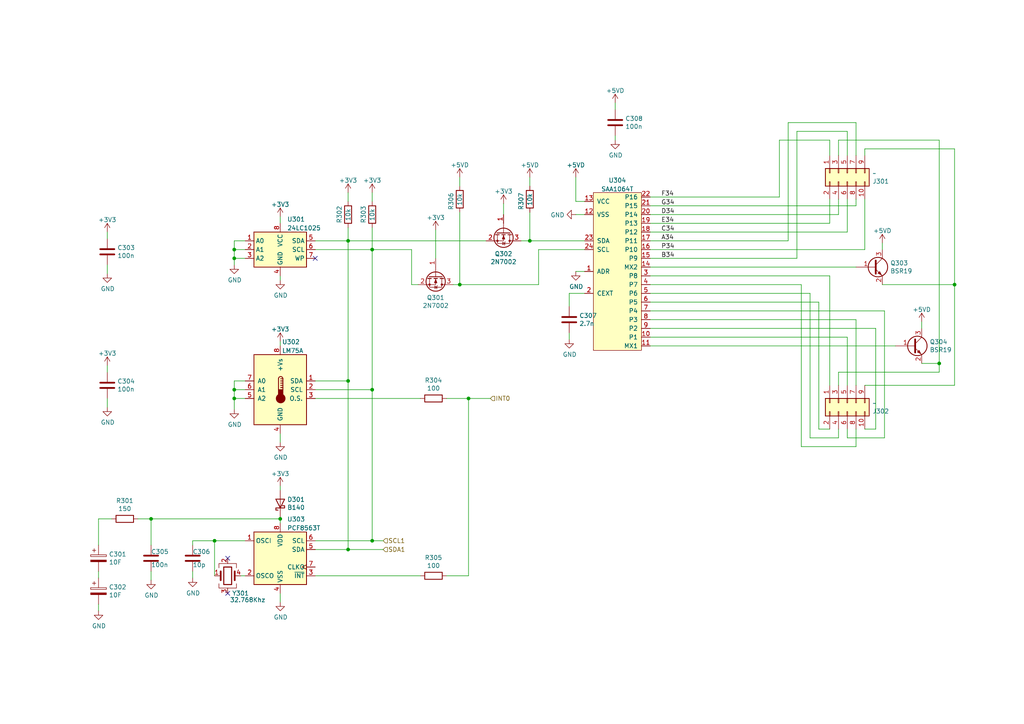
<source format=kicad_sch>
(kicad_sch (version 20211123) (generator eeschema)
  (paper "A4")
  (title_block (title "CPU CUBE") (date "2022-12-25") (rev "V2.10") (company "CUBEDEB") (comment 1 "I2C"))
  (lib_symbols
    (symbol "CEN-SCHEMA:SAA1064T" (pin_names (offset 1.016))
      (property "Reference" "U" (at 46.355 1.905 0))
      (property "Value" "SAA1064T" (at 46.355 1.905 0))
      (symbol "SAA1064T_0_1"
        (rectangle (start -5.08 22.86) (end 8.89 -22.86) (fill (type background)))
      )
      (symbol "SAA1064T_1_1"
        (pin input line (at 11.43 0 180) (length 2.54) (name "ADR") (number "1"))
        (pin input line (at -7.62 -19.05 0) (length 2.54) (name "P1") (number "10"))
        (pin input line (at -7.62 -21.59 0) (length 2.54) (name "MX1") (number "11"))
        (pin input line (at 11.43 16.51 180) (length 2.54) (name "VSS") (number "12"))
        (pin input line (at 11.43 20.32 180) (length 2.54) (name "VCC") (number "13"))
        (pin input line (at -7.62 1.27 0) (length 2.54) (name "MX2") (number "14"))
        (pin input line (at -7.62 3.81 0) (length 2.54) (name "P9") (number "15"))
        (pin input line (at -7.62 6.35 0) (length 2.54) (name "P10") (number "16"))
        (pin input line (at -7.62 8.89 0) (length 2.54) (name "P11") (number "17"))
        (pin input line (at -7.62 11.43 0) (length 2.54) (name "P12") (number "18"))
        (pin input line (at -7.62 13.97 0) (length 2.54) (name "P13") (number "19"))
        (pin input line (at 11.43 -6.35 180) (length 2.54) (name "CEXT") (number "2"))
        (pin input line (at -7.62 16.51 0) (length 2.54) (name "P14") (number "20"))
        (pin input line (at -7.62 19.05 0) (length 2.54) (name "P15") (number "21"))
        (pin input line (at -7.62 21.59 0) (length 2.54) (name "P16") (number "22"))
        (pin input line (at 11.43 8.89 180) (length 2.54) (name "SDA") (number "23"))
        (pin input line (at 11.43 6.35 180) (length 2.54) (name "SCL") (number "24"))
        (pin input line (at -7.62 -1.27 0) (length 2.54) (name "P8") (number "3"))
        (pin input line (at -7.62 -3.81 0) (length 2.54) (name "P7") (number "4"))
        (pin input line (at -7.62 -6.35 0) (length 2.54) (name "P6") (number "5"))
        (pin input line (at -7.62 -8.89 0) (length 2.54) (name "P5") (number "6"))
        (pin input line (at -7.62 -11.43 0) (length 2.54) (name "P4") (number "7"))
        (pin input line (at -7.62 -13.97 0) (length 2.54) (name "P3") (number "8"))
        (pin input line (at -7.62 -16.51 0) (length 2.54) (name "P2") (number "9"))
      )
    )
    (symbol "Connector_Generic:Conn_02x05_Odd_Even" (pin_names (offset 1.016) hide)
      (property "Reference" "J" (at 1.27 7.62 0))
      (property "Value" "Conn_02x05_Odd_Even" (at 1.27 -7.62 0))
      (symbol "Conn_02x05_Odd_Even_1_1"
        (rectangle (start -1.27 -4.953) (end 0 -5.207) (stroke (width 0.1524)))
        (rectangle (start -1.27 -2.413) (end 0 -2.667) (stroke (width 0.1524)))
        (rectangle (start -1.27 0.127) (end 0 -0.127) (stroke (width 0.1524)))
        (rectangle (start -1.27 2.667) (end 0 2.413) (stroke (width 0.1524)))
        (rectangle (start -1.27 5.207) (end 0 4.953) (stroke (width 0.1524)))
        (rectangle (start -1.27 6.35) (end 3.81 -6.35) (stroke (width 0.254)) (fill (type background)))
        (rectangle (start 3.81 -4.953) (end 2.54 -5.207) (stroke (width 0.1524)))
        (rectangle (start 3.81 -2.413) (end 2.54 -2.667) (stroke (width 0.1524)))
        (rectangle (start 3.81 0.127) (end 2.54 -0.127) (stroke (width 0.1524)))
        (rectangle (start 3.81 2.667) (end 2.54 2.413) (stroke (width 0.1524)))
        (rectangle (start 3.81 5.207) (end 2.54 4.953) (stroke (width 0.1524)))
        (pin passive line (at -5.08 5.08 0) (length 3.81) (name "Pin_1") (number "1"))
        (pin passive line (at 7.62 -5.08 180) (length 3.81) (name "Pin_10") (number "10"))
        (pin passive line (at 7.62 5.08 180) (length 3.81) (name "Pin_2") (number "2"))
        (pin passive line (at -5.08 2.54 0) (length 3.81) (name "Pin_3") (number "3"))
        (pin passive line (at 7.62 2.54 180) (length 3.81) (name "Pin_4") (number "4"))
        (pin passive line (at -5.08 0 0) (length 3.81) (name "Pin_5") (number "5"))
        (pin passive line (at 7.62 0 180) (length 3.81) (name "Pin_6") (number "6"))
        (pin passive line (at -5.08 -2.54 0) (length 3.81) (name "Pin_7") (number "7"))
        (pin passive line (at 7.62 -2.54 180) (length 3.81) (name "Pin_8") (number "8"))
        (pin passive line (at -5.08 -5.08 0) (length 3.81) (name "Pin_9") (number "9"))
      )
    )
    (symbol "Device:C" (pin_numbers hide) (pin_names (offset 0.254))
      (property "Reference" "C" (at 0.635 2.54 0))
      (property "Value" "C" (at 0.635 -2.54 0))
      (symbol "C_0_1"
        (polyline (pts (xy -2.032 -0.762) (xy 2.032 -0.762)) (stroke (width 0.508)))
        (polyline (pts (xy -2.032 0.762) (xy 2.032 0.762)) (stroke (width 0.508)))
      )
      (symbol "C_1_1"
        (pin passive line (at 0 3.81 270) (length 2.794) (name "~") (number "1"))
        (pin passive line (at 0 -3.81 90) (length 2.794) (name "~") (number "2"))
      )
    )
    (symbol "Device:C_Polarized" (pin_numbers hide) (pin_names (offset 0.254))
      (property "Reference" "C" (at 0.635 2.54 0))
      (property "Value" "C_Polarized" (at 0.635 -2.54 0))
      (symbol "C_Polarized_0_1"
        (rectangle (start -2.286 0.508) (end 2.286 1.016))
        (polyline (pts (xy -1.778 2.286) (xy -0.762 2.286)))
        (polyline (pts (xy -1.27 2.794) (xy -1.27 1.778)))
        (rectangle (start 2.286 -0.508) (end -2.286 -1.016) (fill (type outline)))
      )
      (symbol "C_Polarized_1_1"
        (pin passive line (at 0 3.81 270) (length 2.794) (name "~") (number "1"))
        (pin passive line (at 0 -3.81 90) (length 2.794) (name "~") (number "2"))
      )
    )
    (symbol "Device:Crystal_GND23" (pin_names (offset 1.016) hide)
      (property "Reference" "Y" (at 3.175 5.08 0))
      (property "Value" "Crystal_GND23" (at 3.175 3.175 0))
      (symbol "Crystal_GND23_0_1"
        (rectangle (start -1.143 2.54) (end 1.143 -2.54) (stroke (width 0.3048)))
        (polyline (pts (xy -2.54 0) (xy -2.032 0)))
        (polyline (pts (xy -2.032 -1.27) (xy -2.032 1.27)) (stroke (width 0.508)))
        (polyline (pts (xy 0 -3.81) (xy 0 -3.556)))
        (polyline (pts (xy 0 3.556) (xy 0 3.81)))
        (polyline (pts (xy 2.032 -1.27) (xy 2.032 1.27)) (stroke (width 0.508)))
        (polyline (pts (xy 2.032 0) (xy 2.54 0)))
        (polyline (pts (xy -2.54 -2.286) (xy -2.54 -3.556) (xy 2.54 -3.556) (xy 2.54 -2.286)))
        (polyline (pts (xy -2.54 2.286) (xy -2.54 3.556) (xy 2.54 3.556) (xy 2.54 2.286)))
      )
      (symbol "Crystal_GND23_1_1"
        (pin passive line (at -3.81 0 0) (length 1.27) (name "1") (number "1"))
        (pin passive line (at 0 5.08 270) (length 1.27) (name "2") (number "2"))
        (pin passive line (at 0 -5.08 90) (length 1.27) (name "3") (number "3"))
        (pin passive line (at 3.81 0 180) (length 1.27) (name "4") (number "4"))
      )
    )
    (symbol "Device:D_Schottky" (pin_numbers hide) (pin_names (offset 1.016) hide)
      (property "Reference" "D" (at 0 2.54 0))
      (property "Value" "D_Schottky" (at 0 -2.54 0))
      (symbol "D_Schottky_0_1"
        (polyline (pts (xy 1.27 0) (xy -1.27 0)))
        (polyline (pts (xy 1.27 1.27) (xy 1.27 -1.27) (xy -1.27 0) (xy 1.27 1.27)) (stroke (width 0.254)))
        (polyline (pts (xy -1.905 0.635) (xy -1.905 1.27) (xy -1.27 1.27) (xy -1.27 -1.27) (xy -0.635 -1.27) (xy -0.635 -0.635)) (stroke (width 0.254)))
      )
      (symbol "D_Schottky_1_1"
        (pin passive line (at -3.81 0 0) (length 2.54) (name "K") (number "1"))
        (pin passive line (at 3.81 0 180) (length 2.54) (name "A") (number "2"))
      )
    )
    (symbol "Device:R" (pin_numbers hide) (pin_names (offset 0))
      (property "Reference" "R" (at 2.032 0 90))
      (property "Value" "R" (at 0 0 90))
      (symbol "R_0_1"
        (rectangle (start -1.016 -2.54) (end 1.016 2.54) (stroke (width 0.254)))
      )
      (symbol "R_1_1"
        (pin passive line (at 0 3.81 270) (length 1.27) (name "~") (number "1"))
        (pin passive line (at 0 -3.81 90) (length 1.27) (name "~") (number "2"))
      )
    )
    (symbol "Memory_EEPROM:24LC1025"
      (property "Reference" "U" (at -6.35 6.35 0))
      (property "Value" "24LC1025" (at 1.27 6.35 0))
      (symbol "24LC1025_1_1"
        (rectangle (start -7.62 5.08) (end 7.62 -5.08) (stroke (width 0.254)) (fill (type background)))
        (pin input line (at -10.16 2.54 0) (length 2.54) (name "A0") (number "1"))
        (pin input line (at -10.16 0 0) (length 2.54) (name "A1") (number "2"))
        (pin input line (at -10.16 -2.54 0) (length 2.54) (name "A2") (number "3"))
        (pin power_in line (at 0 -7.62 90) (length 2.54) (name "GND") (number "4"))
        (pin bidirectional line (at 10.16 2.54 180) (length 2.54) (name "SDA") (number "5"))
        (pin input line (at 10.16 0 180) (length 2.54) (name "SCL") (number "6"))
        (pin input line (at 10.16 -2.54 180) (length 2.54) (name "WP") (number "7"))
        (pin power_in line (at 0 7.62 270) (length 2.54) (name "VCC") (number "8"))
      )
    )
    (symbol "Sensor_Temperature:LM75B" (pin_names (offset 1.016))
      (property "Reference" "U" (at -6.35 11.43 0))
      (property "Value" "LM75B" (at 0 11.43 0))
      (symbol "LM75B_0_1"
        (rectangle (start -7.62 10.16) (end 7.62 -10.16) (stroke (width 0.254)) (fill (type background)))
        (circle (center -0.127 -2.54) (radius 1.27) (stroke (width 0.254)) (fill (type outline)))
        (polyline (pts (xy -0.762 0.635) (xy -0.127 0.635)) (stroke (width 0.254)))
        (polyline (pts (xy -0.762 1.27) (xy -0.127 1.27)) (stroke (width 0.254)))
        (polyline (pts (xy -0.762 1.905) (xy -0.127 1.905)) (stroke (width 0.254)))
        (polyline (pts (xy -0.762 2.54) (xy -0.127 2.54)) (stroke (width 0.254)))
        (polyline (pts (xy -0.762 3.175) (xy -0.762 0)) (stroke (width 0.254)))
        (polyline (pts (xy -0.762 3.175) (xy -0.127 3.175)) (stroke (width 0.254)))
        (polyline (pts (xy 0.508 3.175) (xy 0.508 0)) (stroke (width 0.254)))
        (rectangle (start 0.508 -1.905) (end -0.762 0) (stroke (width 0.254)) (fill (type outline)))
        (arc (start 0.508 3.175) (mid -0.127 3.81) (end -0.762 3.175) (stroke (width 0.254)))
      )
      (symbol "LM75B_1_1"
        (pin bidirectional line (at -10.16 2.54 0) (length 2.54) (name "SDA") (number "1"))
        (pin input line (at -10.16 0 0) (length 2.54) (name "SCL") (number "2"))
        (pin open_collector line (at -10.16 -2.54 0) (length 2.54) (name "O.S.") (number "3"))
        (pin power_in line (at 0 -12.7 90) (length 2.54) (name "GND") (number "4"))
        (pin input line (at 10.16 -2.54 180) (length 2.54) (name "A2") (number "5"))
        (pin input line (at 10.16 0 180) (length 2.54) (name "A1") (number "6"))
        (pin input line (at 10.16 2.54 180) (length 2.54) (name "A0") (number "7"))
        (pin power_in line (at 0 12.7 270) (length 2.54) (name "+Vs") (number "8"))
      )
    )
    (symbol "Timer_RTC:PCF8563T"
      (property "Reference" "U" (at -7.62 8.89 0))
      (property "Value" "PCF8563T" (at 2.54 8.89 0))
      (symbol "PCF8563T_0_1"
        (rectangle (start -7.62 7.62) (end 7.62 -7.62) (stroke (width 0.254)) (fill (type background)))
      )
      (symbol "PCF8563T_1_1"
        (pin input line (at -10.16 5.08 0) (length 2.54) (name "OSCI") (number "1"))
        (pin output line (at -10.16 -5.08 0) (length 2.54) (name "OSCO") (number "2"))
        (pin output line (at 10.16 -5.08 180) (length 2.54) (name "~{INT}") (number "3"))
        (pin power_in line (at 0 -10.16 90) (length 2.54) (name "VSS") (number "4"))
        (pin bidirectional line (at 10.16 2.54 180) (length 2.54) (name "SDA") (number "5"))
        (pin input line (at 10.16 5.08 180) (length 2.54) (name "SCL") (number "6"))
        (pin output clock (at 10.16 -2.54 180) (length 2.54) (name "CLKO") (number "7"))
        (pin power_in line (at 0 10.16 270) (length 2.54) (name "VDD") (number "8"))
      )
    )
    (symbol "Transistor_BJT:BC817" (pin_names (offset 0) hide)
      (property "Reference" "Q" (at 5.08 1.905 0))
      (property "Value" "BC817" (at 5.08 0 0))
      (symbol "BC817_0_1"
        (polyline (pts (xy 0.635 0.635) (xy 2.54 2.54)))
        (polyline (pts (xy 0.635 -0.635) (xy 2.54 -2.54) (xy 2.54 -2.54)))
        (polyline (pts (xy 0.635 1.905) (xy 0.635 -1.905) (xy 0.635 -1.905)) (stroke (width 0.508)))
        (polyline (pts (xy 1.27 -1.778) (xy 1.778 -1.27) (xy 2.286 -2.286) (xy 1.27 -1.778) (xy 1.27 -1.778)) (fill (type outline)))
        (circle (center 1.27 0) (radius 2.8194) (stroke (width 0.254)))
      )
      (symbol "BC817_1_1"
        (pin input line (at -5.08 0 0) (length 5.715) (name "B") (number "1"))
        (pin passive line (at 2.54 -5.08 90) (length 2.54) (name "E") (number "2"))
        (pin passive line (at 2.54 5.08 270) (length 2.54) (name "C") (number "3"))
      )
    )
    (symbol "Transistor_FET:2N7002" (pin_names hide)
      (property "Reference" "Q" (at 5.08 1.905 0))
      (property "Value" "2N7002" (at 5.08 0 0))
      (symbol "2N7002_0_1"
        (polyline (pts (xy 0.254 0) (xy -2.54 0)))
        (polyline (pts (xy 0.254 1.905) (xy 0.254 -1.905)) (stroke (width 0.254)))
        (polyline (pts (xy 0.762 -1.27) (xy 0.762 -2.286)) (stroke (width 0.254)))
        (polyline (pts (xy 0.762 0.508) (xy 0.762 -0.508)) (stroke (width 0.254)))
        (polyline (pts (xy 0.762 2.286) (xy 0.762 1.27)) (stroke (width 0.254)))
        (polyline (pts (xy 2.54 2.54) (xy 2.54 1.778)))
        (polyline (pts (xy 2.54 -2.54) (xy 2.54 0) (xy 0.762 0)))
        (polyline (pts (xy 0.762 -1.778) (xy 3.302 -1.778) (xy 3.302 1.778) (xy 0.762 1.778)))
        (polyline (pts (xy 1.016 0) (xy 2.032 0.381) (xy 2.032 -0.381) (xy 1.016 0)) (fill (type outline)))
        (polyline (pts (xy 2.794 0.508) (xy 2.921 0.381) (xy 3.683 0.381) (xy 3.81 0.254)))
        (polyline (pts (xy 3.302 0.381) (xy 2.921 -0.254) (xy 3.683 -0.254) (xy 3.302 0.381)))
        (circle (center 1.651 0) (radius 2.794) (stroke (width 0.254)))
        (circle (center 2.54 -1.778) (radius 0.254) (fill (type outline)))
        (circle (center 2.54 1.778) (radius 0.254) (fill (type outline)))
      )
      (symbol "2N7002_1_1"
        (pin input line (at -5.08 0 0) (length 2.54) (name "G") (number "1"))
        (pin passive line (at 2.54 -5.08 90) (length 2.54) (name "S") (number "2"))
        (pin passive line (at 2.54 5.08 270) (length 2.54) (name "D") (number "3"))
      )
    )
    (symbol "power:+3.3V" (power) (pin_names (offset 0))
      (property "Value" "+3.3V" (at 0 3.556 0))
      (symbol "+3.3V_0_1"
        (polyline (pts (xy -0.762 1.27) (xy 0 2.54)))
        (polyline (pts (xy 0 0) (xy 0 2.54)))
        (polyline (pts (xy 0 2.54) (xy 0.762 1.27)))
      )
      (symbol "+3.3V_1_1"
        (pin power_in line (at 0 0 90) (length 0) hide (name "+3V3") (number "1"))
      )
    )
    (symbol "power:+5VD" (power) (pin_names (offset 0))
      (property "Value" "+5VD" (at 0 3.556 0))
      (symbol "+5VD_0_1"
        (polyline (pts (xy -0.762 1.27) (xy 0 2.54)))
        (polyline (pts (xy 0 0) (xy 0 2.54)))
        (polyline (pts (xy 0 2.54) (xy 0.762 1.27)))
      )
      (symbol "+5VD_1_1"
        (pin power_in line (at 0 0 90) (length 0) hide (name "+5VD") (number "1"))
      )
    )
    (symbol "power:GND" (power) (pin_names (offset 0))
      (property "Value" "GND" (at 0 -3.81 0))
      (symbol "GND_0_1"
        (polyline (pts (xy 0 0) (xy 0 -1.27) (xy 1.27 -1.27) (xy 0 -2.54) (xy -1.27 -1.27) (xy 0 -1.27)))
      )
      (symbol "GND_1_1"
        (pin power_in line (at 0 0 270) (length 0) hide (name "GND") (number "1"))
      )
    )
  )
  (junction (at 100.965 110.49))
  (junction (at 43.815 150.495))
  (junction (at 100.965 159.385))
  (junction (at 67.945 113.03))
  (junction (at 272.415 105.41))
  (junction (at 107.95 113.03))
  (junction (at 107.95 72.39))
  (junction (at 100.965 69.85))
  (junction (at 107.95 156.845))
  (junction (at 153.67 69.85))
  (junction (at 81.28 150.495))
  (junction (at 133.35 82.55))
  (junction (at 276.86 82.55))
  (junction (at 67.945 115.57))
  (junction (at 62.23 156.845))
  (junction (at 67.945 72.39))
  (junction (at 135.89 115.57))
  (junction (at 67.945 74.93))
  (no_connect (at 66.04 161.925))
  (no_connect (at 66.04 172.085))
  (no_connect (at 91.44 74.93))
  (wire (pts (xy 188.595 87.63) (xy 237.49 87.63)))
  (wire (pts (xy 81.28 150.495) (xy 81.28 149.86)))
  (wire (pts (xy 67.945 74.93) (xy 67.945 76.835)))
  (wire (pts (xy 188.595 67.31) (xy 245.745 67.31)))
  (wire (pts (xy 119.38 72.39) (xy 119.38 82.55)))
  (wire (pts (xy 81.28 150.495) (xy 43.815 150.495)))
  (wire (pts (xy 100.965 159.385) (xy 91.44 159.385)))
  (wire (pts (xy 243.205 107.95) (xy 243.205 111.76)))
  (wire (pts (xy 276.86 111.76) (xy 276.86 82.55)))
  (wire (pts (xy 107.95 58.42) (xy 107.95 55.88)))
  (wire (pts (xy 237.49 124.46) (xy 240.665 124.46)))
  (wire (pts (xy 188.595 90.17) (xy 256.54 90.17)))
  (wire (pts (xy 234.95 85.09) (xy 234.95 127)))
  (wire (pts (xy 91.44 69.85) (xy 100.965 69.85)))
  (wire (pts (xy 188.595 85.09) (xy 234.95 85.09)))
  (wire (pts (xy 153.67 51.435) (xy 153.67 53.975)))
  (wire (pts (xy 167.005 58.42) (xy 169.545 58.42)))
  (wire (pts (xy 255.905 72.39) (xy 255.905 70.485)))
  (wire (pts (xy 188.595 57.15) (xy 226.06 57.15)))
  (wire (pts (xy 250.825 72.39) (xy 250.825 57.785)))
  (wire (pts (xy 267.335 95.25) (xy 267.335 93.345)))
  (wire (pts (xy 91.44 156.845) (xy 107.95 156.845)))
  (wire (pts (xy 231.14 38.1) (xy 231.14 74.93)))
  (wire (pts (xy 250.825 43.18) (xy 250.825 45.085)))
  (wire (pts (xy 231.14 38.1) (xy 245.745 38.1)))
  (wire (pts (xy 32.385 150.495) (xy 28.575 150.495)))
  (wire (pts (xy 81.28 100.33) (xy 81.28 99.06)))
  (wire (pts (xy 55.88 165.735) (xy 55.88 167.64)))
  (wire (pts (xy 71.12 113.03) (xy 67.945 113.03)))
  (wire (pts (xy 248.285 92.71) (xy 248.285 111.76)))
  (wire (pts (xy 133.35 61.595) (xy 133.35 82.55)))
  (wire (pts (xy 31.115 115.57) (xy 31.115 118.11)))
  (wire (pts (xy 81.28 172.085) (xy 81.28 174.625)))
  (wire (pts (xy 272.415 40.64) (xy 243.205 40.64)))
  (wire (pts (xy 165.1 85.09) (xy 165.1 88.9)))
  (wire (pts (xy 107.95 156.845) (xy 111.125 156.845)))
  (wire (pts (xy 178.435 39.37) (xy 178.435 40.64)))
  (wire (pts (xy 91.44 167.005) (xy 121.92 167.005)))
  (wire (pts (xy 81.28 64.77) (xy 81.28 62.865)))
  (wire (pts (xy 43.815 165.735) (xy 43.815 168.275)))
  (wire (pts (xy 243.205 40.64) (xy 243.205 45.085)))
  (wire (pts (xy 256.54 127) (xy 245.745 127)))
  (wire (pts (xy 250.825 111.76) (xy 276.86 111.76)))
  (wire (pts (xy 100.965 66.04) (xy 100.965 69.85)))
  (wire (pts (xy 240.665 80.01) (xy 240.665 111.76)))
  (wire (pts (xy 240.665 40.64) (xy 240.665 45.085)))
  (wire (pts (xy 169.545 85.09) (xy 165.1 85.09)))
  (wire (pts (xy 107.95 72.39) (xy 119.38 72.39)))
  (wire (pts (xy 62.23 156.845) (xy 62.23 167.005)))
  (wire (pts (xy 55.88 156.845) (xy 62.23 156.845)))
  (wire (pts (xy 228.6 35.56) (xy 248.285 35.56)))
  (wire (pts (xy 232.41 129.54) (xy 248.285 129.54)))
  (wire (pts (xy 91.44 110.49) (xy 100.965 110.49)))
  (wire (pts (xy 100.965 110.49) (xy 100.965 159.385)))
  (wire (pts (xy 188.595 74.93) (xy 231.14 74.93)))
  (wire (pts (xy 71.12 74.93) (xy 67.945 74.93)))
  (wire (pts (xy 188.595 92.71) (xy 248.285 92.71)))
  (wire (pts (xy 146.05 62.23) (xy 146.05 59.055)))
  (wire (pts (xy 62.23 156.845) (xy 71.12 156.845)))
  (wire (pts (xy 71.12 115.57) (xy 67.945 115.57)))
  (wire (pts (xy 188.595 82.55) (xy 232.41 82.55)))
  (wire (pts (xy 167.005 51.435) (xy 167.005 58.42)))
  (wire (pts (xy 167.005 62.23) (xy 169.545 62.23)))
  (wire (pts (xy 71.12 69.85) (xy 67.945 69.85)))
  (wire (pts (xy 188.595 72.39) (xy 250.825 72.39)))
  (wire (pts (xy 67.945 72.39) (xy 67.945 69.85)))
  (wire (pts (xy 248.285 59.69) (xy 248.285 57.785)))
  (wire (pts (xy 133.35 51.435) (xy 133.35 53.975)))
  (wire (pts (xy 81.28 80.01) (xy 81.28 81.28)))
  (wire (pts (xy 254 124.46) (xy 250.825 124.46)))
  (wire (pts (xy 107.95 66.04) (xy 107.95 72.39)))
  (wire (pts (xy 226.06 40.64) (xy 240.665 40.64)))
  (wire (pts (xy 188.595 59.69) (xy 248.285 59.69)))
  (wire (pts (xy 91.44 113.03) (xy 107.95 113.03)))
  (wire (pts (xy 31.115 67.31) (xy 31.115 69.215)))
  (wire (pts (xy 245.745 127) (xy 245.745 124.46)))
  (wire (pts (xy 67.945 113.03) (xy 67.945 115.57)))
  (wire (pts (xy 129.54 115.57) (xy 135.89 115.57)))
  (wire (pts (xy 267.335 105.41) (xy 272.415 105.41)))
  (wire (pts (xy 31.115 76.835) (xy 31.115 79.375)))
  (wire (pts (xy 100.965 69.85) (xy 100.965 110.49)))
  (wire (pts (xy 188.595 95.25) (xy 254 95.25)))
  (wire (pts (xy 135.89 167.005) (xy 129.54 167.005)))
  (wire (pts (xy 248.285 129.54) (xy 248.285 124.46)))
  (wire (pts (xy 100.965 159.385) (xy 111.125 159.385)))
  (wire (pts (xy 226.06 40.64) (xy 226.06 57.15)))
  (wire (pts (xy 156.21 72.39) (xy 169.545 72.39)))
  (wire (pts (xy 153.67 61.595) (xy 153.67 69.85)))
  (wire (pts (xy 243.205 127) (xy 243.205 124.46)))
  (wire (pts (xy 188.595 97.79) (xy 245.745 97.79)))
  (wire (pts (xy 71.12 110.49) (xy 67.945 110.49)))
  (wire (pts (xy 107.95 156.845) (xy 107.95 113.03)))
  (wire (pts (xy 91.44 115.57) (xy 121.92 115.57)))
  (wire (pts (xy 240.665 64.77) (xy 240.665 57.785)))
  (wire (pts (xy 43.815 150.495) (xy 43.815 158.115)))
  (wire (pts (xy 31.115 106.045) (xy 31.115 107.95)))
  (wire (pts (xy 188.595 64.77) (xy 240.665 64.77)))
  (wire (pts (xy 254 95.25) (xy 254 124.46)))
  (wire (pts (xy 178.435 29.845) (xy 178.435 31.75)))
  (wire (pts (xy 91.44 72.39) (xy 107.95 72.39)))
  (wire (pts (xy 55.88 156.845) (xy 55.88 158.115)))
  (wire (pts (xy 69.85 167.005) (xy 71.12 167.005)))
  (wire (pts (xy 237.49 87.63) (xy 237.49 124.46)))
  (wire (pts (xy 153.67 69.85) (xy 169.545 69.85)))
  (wire (pts (xy 67.945 110.49) (xy 67.945 113.03)))
  (wire (pts (xy 135.89 115.57) (xy 135.89 167.005)))
  (wire (pts (xy 188.595 77.47) (xy 248.285 77.47)))
  (wire (pts (xy 234.95 127) (xy 243.205 127)))
  (wire (pts (xy 255.905 82.55) (xy 276.86 82.55)))
  (wire (pts (xy 81.28 140.97) (xy 81.28 142.24)))
  (wire (pts (xy 188.595 80.01) (xy 240.665 80.01)))
  (wire (pts (xy 43.815 150.495) (xy 40.005 150.495)))
  (wire (pts (xy 100.965 69.85) (xy 140.97 69.85)))
  (wire (pts (xy 133.35 82.55) (xy 156.21 82.55)))
  (wire (pts (xy 276.86 82.55) (xy 276.86 43.18)))
  (wire (pts (xy 126.365 74.93) (xy 126.365 66.675)))
  (wire (pts (xy 156.21 82.55) (xy 156.21 72.39)))
  (wire (pts (xy 67.945 74.93) (xy 67.945 72.39)))
  (wire (pts (xy 256.54 90.17) (xy 256.54 127)))
  (wire (pts (xy 81.28 125.73) (xy 81.28 128.27)))
  (wire (pts (xy 151.13 69.85) (xy 153.67 69.85)))
  (wire (pts (xy 228.6 35.56) (xy 228.6 69.85)))
  (wire (pts (xy 28.575 175.26) (xy 28.575 177.165)))
  (wire (pts (xy 276.86 43.18) (xy 250.825 43.18)))
  (wire (pts (xy 245.745 67.31) (xy 245.745 57.785)))
  (wire (pts (xy 243.205 62.23) (xy 243.205 57.785)))
  (wire (pts (xy 131.445 82.55) (xy 133.35 82.55)))
  (wire (pts (xy 167.005 78.74) (xy 169.545 78.74)))
  (wire (pts (xy 272.415 107.95) (xy 243.205 107.95)))
  (wire (pts (xy 188.595 69.85) (xy 228.6 69.85)))
  (wire (pts (xy 165.1 96.52) (xy 165.1 98.425)))
  (wire (pts (xy 107.95 72.39) (xy 107.95 113.03)))
  (wire (pts (xy 245.745 97.79) (xy 245.745 111.76)))
  (wire (pts (xy 67.945 115.57) (xy 67.945 118.745)))
  (wire (pts (xy 232.41 82.55) (xy 232.41 129.54)))
  (wire (pts (xy 245.745 38.1) (xy 245.745 45.085)))
  (wire (pts (xy 100.965 58.42) (xy 100.965 55.88)))
  (wire (pts (xy 259.715 100.33) (xy 188.595 100.33)))
  (wire (pts (xy 119.38 82.55) (xy 121.285 82.55)))
  (wire (pts (xy 188.595 62.23) (xy 243.205 62.23)))
  (wire (pts (xy 28.575 150.495) (xy 28.575 158.115)))
  (wire (pts (xy 272.415 40.64) (xy 272.415 105.41)))
  (wire (pts (xy 71.12 72.39) (xy 67.945 72.39)))
  (wire (pts (xy 272.415 105.41) (xy 272.415 107.95)))
  (wire (pts (xy 248.285 35.56) (xy 248.285 45.085)))
  (wire (pts (xy 28.575 165.735) (xy 28.575 167.64)))
  (wire (pts (xy 81.28 151.765) (xy 81.28 150.495)))
  (wire (pts (xy 135.89 115.57) (xy 142.24 115.57)))
  (label "A34" (at 191.77 69.85 0))
  (label "F34" (at 191.77 57.15 0))
  (label "G34" (at 191.77 59.69 0))
  (label "D34" (at 191.77 62.23 0))
  (label "B34" (at 191.77 74.93 0))
  (label "P34" (at 191.77 72.39 0))
  (label "C34" (at 191.77 67.31 0))
  (label "E34" (at 191.77 64.77 0))
  (hierarchical_label "SDA1" (shape input) (at 111.125 159.385 0))
  (hierarchical_label "SCL1" (shape input) (at 111.125 156.845 0))
  (hierarchical_label "INT0" (shape input) (at 142.24 115.57 0))
  (symbol (lib_id "power:+3.3V") (at 81.28 62.865 0) (unit 1)
    (property "Reference" "#PWR0310" (effects hide))
    (property "Value" "+3.3V" (at 81.28 59.309 0))
  )
  (symbol (lib_id "Device:C") (at 178.435 35.56 0) (unit 1)
    (property "Reference" "C308" (at 181.356 34.3916 0) (effects (justify left)))
    (property "Value" "100n" (at 181.356 36.703 0) (effects (justify left)))
    (property "Footprint" "Capacitor_SMD:C_0603_1608Metric" (effects hide))
  )
  (symbol (lib_id "Connector_Generic:Conn_02x05_Odd_Even") (at 245.745 116.84 90) (mirror x) (unit 1)
    (property "Reference" "J302" (at 253.0602 119.2784 90) (effects (justify right)))
    (property "Value" "~" (at 253.0602 116.967 90) (effects (justify right)))
    (property "Footprint" "Connector_PinSocket_2.54mm:PinSocket_2x05_P2.54mm_Horizontal" (effects hide))
  )
  (symbol (lib_id "power:GND") (at 31.115 79.375 0) (unit 1)
    (property "Reference" "#PWR0303" (effects hide))
    (property "Value" "~" (at 31.242 83.7692 0))
  )
  (symbol (lib_id "power:GND") (at 81.28 174.625 0) (unit 1)
    (property "Reference" "#PWR0315" (effects hide))
    (property "Value" "~" (at 81.407 179.0192 0))
  )
  (symbol (lib_id "Connector_Generic:Conn_02x05_Odd_Even") (at 245.745 50.165 90) (mirror x) (unit 1)
    (property "Reference" "J301" (at 253.0602 52.6034 90) (effects (justify right)))
    (property "Value" "~" (at 253.0602 50.292 90) (effects (justify right)))
    (property "Footprint" "Connector_PinSocket_2.54mm:PinSocket_2x05_P2.54mm_Horizontal" (effects hide))
  )
  (symbol (lib_id "power:GND") (at 67.945 76.835 0) (unit 1)
    (property "Reference" "#PWR0308" (effects hide))
    (property "Value" "~" (at 68.072 81.2292 0))
  )
  (symbol (lib_id "Timer_RTC:PCF8563T") (at 81.28 161.925 0) (unit 1)
    (property "Reference" "U303" (at 83.2994 150.6052 0) (effects (justify left)))
    (property "Value" "PCF8563T" (at 83.2994 153.1421 0) (effects (justify left)))
    (property "Footprint" "Package_SO:SOIC-8_3.9x4.9mm_P1.27mm" (effects hide))
    (property "Datasheet" "https://assets.nexperia.com/documents/data-sheet/PCF8563.pdf" (effects hide))
  )
  (symbol (lib_id "Device:R") (at 153.67 57.785 0) (unit 1)
    (property "Reference" "R307" (at 151.13 60.96 90) (effects (justify left)))
    (property "Value" "10k" (at 153.67 59.69 90) (effects (justify left)))
    (property "Footprint" "Resistor_SMD:R_0603_1608Metric" (effects hide))
  )
  (symbol (lib_id "Device:C") (at 55.88 161.925 0) (unit 1)
    (property "Reference" "C306" (at 55.88 160.02 0) (effects (justify left)))
    (property "Value" "10p" (at 55.88 163.83 0) (effects (justify left)))
    (property "Footprint" "Capacitor_SMD:C_0603_1608Metric" (effects hide))
  )
  (symbol (lib_id "Device:R") (at 36.195 150.495 270) (unit 1)
    (property "Reference" "R301" (at 36.195 145.2372 90))
    (property "Value" "150" (at 36.195 147.5486 90))
    (property "Footprint" "Resistor_SMD:R_0603_1608Metric" (effects hide))
  )
  (symbol (lib_id "power:+3.3V") (at 81.28 140.97 0) (unit 1)
    (property "Reference" "#PWR0314" (effects hide))
    (property "Value" "+3.3V" (at 81.28 137.414 0))
  )
  (symbol (lib_id "power:+3.3V") (at 81.28 99.06 0) (unit 1)
    (property "Reference" "#PWR0312" (effects hide))
    (property "Value" "+3.3V" (at 81.28 95.4842 0))
  )
  (symbol (lib_id "Device:D_Schottky") (at 81.28 146.05 90) (unit 1)
    (property "Reference" "D301" (at 83.312 144.8816 90) (effects (justify right)))
    (property "Value" "B140" (at 83.312 147.193 90) (effects (justify right)))
    (property "Footprint" "Diode_SMD:D_1206_3216Metric" (effects hide))
  )
  (symbol (lib_id "power:+5VD") (at 153.67 51.435 0) (unit 1)
    (property "Reference" "#PWR?" (effects hide))
    (property "Value" "+5VD" (at 153.67 47.879 0))
  )
  (symbol (lib_id "Device:C") (at 31.115 111.76 0) (unit 1)
    (property "Reference" "C304" (at 34.036 110.5916 0) (effects (justify left)))
    (property "Value" "100n" (at 34.036 112.903 0) (effects (justify left)))
    (property "Footprint" "Capacitor_SMD:C_0603_1608Metric" (effects hide))
  )
  (symbol (lib_id "Device:C") (at 31.115 73.025 0) (unit 1)
    (property "Reference" "C303" (at 34.036 71.8566 0) (effects (justify left)))
    (property "Value" "100n" (at 34.036 74.168 0) (effects (justify left)))
    (property "Footprint" "Capacitor_SMD:C_0603_1608Metric" (effects hide))
  )
  (symbol (lib_id "Device:C") (at 43.815 161.925 0) (unit 1)
    (property "Reference" "C305" (at 43.815 160.02 0) (effects (justify left)))
    (property "Value" "100n" (at 43.815 163.83 0) (effects (justify left)))
    (property "Footprint" "Capacitor_SMD:C_0603_1608Metric" (effects hide))
  )
  (symbol (lib_id "power:GND") (at 67.945 118.745 0) (unit 1)
    (property "Reference" "#PWR0309" (effects hide))
    (property "Value" "~" (at 68.072 123.1392 0))
  )
  (symbol (lib_id "power:+3.3V") (at 126.365 66.675 0) (unit 1)
    (property "Reference" "#PWR0318" (effects hide))
    (property "Value" "+3.3V" (at 126.365 63.119 0))
  )
  (symbol (lib_id "Device:Crystal_GND23") (at 66.04 167.005 0) (unit 1)
    (property "Reference" "Y301" (at 67.31 172.085 0) (effects (justify left)))
    (property "Value" "32.768Khz" (at 66.675 173.99 0) (effects (justify left)))
    (property "Footprint" "Crystal:Crystal_SMD_SeikoEpson_MC306-4Pin_8.0x3.2mm" (effects hide))
  )
  (symbol (lib_id "power:GND") (at 167.005 62.23 270) (unit 1)
    (property "Reference" "#PWR0324" (effects hide))
    (property "Value" "~" (at 163.7538 62.357 90) (effects (justify right)))
  )
  (symbol (lib_id "Device:R") (at 125.73 115.57 270) (unit 1)
    (property "Reference" "R304" (at 125.73 110.3122 90))
    (property "Value" "100" (at 125.73 112.6236 90))
    (property "Footprint" "Resistor_SMD:R_0603_1608Metric" (effects hide))
    (property "Datasheet" "  (symbol \"Device:C_Polarized\" (pin_numbers hide) (pin_names (offset 0.254)) (in_bom yes) (on_board yes)" (effects hide))
  )
  (symbol (lib_id "Device:R") (at 100.965 62.23 0) (unit 1)
    (property "Reference" "R302" (at 98.425 64.77 90) (effects (justify left)))
    (property "Value" "10k" (at 100.965 64.135 90) (effects (justify left)))
    (property "Footprint" "Resistor_SMD:R_0603_1608Metric" (effects hide))
  )
  (symbol (lib_id "Memory_EEPROM:24LC1025") (at 81.28 72.39 0) (unit 1)
    (property "Reference" "U301" (at 83.2994 63.6102 0) (effects (justify left)))
    (property "Value" "24LC1025" (at 83.2994 66.1471 0) (effects (justify left)))
    (property "Footprint" "Package_SO:SO-8_5.3x6.2mm_P1.27mm" (effects hide))
    (property "Datasheet" "http://ww1.microchip.com/downloads/en/DeviceDoc/21941B.pdf" (effects hide))
  )
  (symbol (lib_id "power:GND") (at 55.88 167.64 0) (unit 1)
    (property "Reference" "#PWR0307" (effects hide))
    (property "Value" "~" (at 56.007 172.0342 0))
  )
  (symbol (lib_id "power:+5VD") (at 255.905 70.485 0) (unit 1)
    (property "Reference" "#PWR?" (effects hide))
    (property "Value" "+5VD" (at 255.905 66.929 0))
  )
  (symbol (lib_id "power:+3.3V") (at 146.05 59.055 0) (unit 1)
    (property "Reference" "#PWR0320" (effects hide))
    (property "Value" "+3.3V" (at 146.05 55.499 0))
  )
  (symbol (lib_id "power:GND") (at 28.575 177.165 0) (unit 1)
    (property "Reference" "#PWR0301" (effects hide))
    (property "Value" "~" (at 28.702 181.5592 0))
  )
  (symbol (lib_id "power:GND") (at 31.115 118.11 0) (unit 1)
    (property "Reference" "#PWR0305" (effects hide))
    (property "Value" "~" (at 31.242 122.5042 0))
  )
  (symbol (lib_id "CEN-SCHEMA:SAA1064T") (at 180.975 78.74 0) (mirror y) (unit 1)
    (property "Reference" "U304" (at 179.07 52.3072 0))
    (property "Value" "SAA1064T" (at 179.07 54.8441 0))
    (property "Footprint" "Package_SO:SO-24_5.3x15mm_P1.27mm" (effects hide))
  )
  (symbol (lib_id "power:GND") (at 167.005 78.74 0) (unit 1)
    (property "Reference" "#PWR0325" (effects hide))
    (property "Value" "~" (at 167.132 83.1342 0))
  )
  (symbol (lib_id "power:GND") (at 165.1 98.425 0) (unit 1)
    (property "Reference" "#PWR0322" (effects hide))
    (property "Value" "~" (at 165.227 102.8192 0))
  )
  (symbol (lib_id "Device:R") (at 107.95 62.23 0) (unit 1)
    (property "Reference" "R303" (at 105.41 64.77 90) (effects (justify left)))
    (property "Value" "10k" (at 107.95 64.135 90) (effects (justify left)))
    (property "Footprint" "Resistor_SMD:R_0603_1608Metric" (effects hide))
  )
  (symbol (lib_id "Transistor_FET:2N7002") (at 146.05 67.31 270) (unit 1)
    (property "Reference" "Q302" (at 146.05 73.6346 90))
    (property "Value" "2N7002" (at 146.05 75.946 90))
    (property "Footprint" "Package_TO_SOT_SMD:SOT-23" (effects hide))
    (property "Datasheet" "https://www.onsemi.com/pub/Collateral/NDS7002A-D.PDF" (effects hide))
  )
  (symbol (lib_id "power:+5VD") (at 267.335 93.345 0) (unit 1)
    (property "Reference" "#PWR?" (effects hide))
    (property "Value" "+5VD" (at 267.335 89.789 0))
  )
  (symbol (lib_id "power:+5VD") (at 133.35 51.435 0) (unit 1)
    (property "Reference" "#PWR?" (effects hide))
    (property "Value" "+5VD" (at 133.35 47.8592 0))
  )
  (symbol (lib_id "Device:C_Polarized") (at 28.575 171.45 0) (unit 1)
    (property "Reference" "C302" (at 31.5722 170.2816 0) (effects (justify left)))
    (property "Value" "10F" (at 31.5722 172.593 0) (effects (justify left)))
    (property "Footprint" "f4deb-mod-library:10F" (effects hide))
  )
  (symbol (lib_id "Device:R") (at 125.73 167.005 270) (unit 1)
    (property "Reference" "R305" (at 125.73 161.7472 90))
    (property "Value" "100" (at 125.73 164.0586 90))
    (property "Footprint" "Resistor_SMD:R_0603_1608Metric" (effects hide))
  )
  (symbol (lib_id "Device:C") (at 165.1 92.71 0) (unit 1)
    (property "Reference" "C307" (at 168.021 91.5416 0) (effects (justify left)))
    (property "Value" "2.7n" (at 168.021 93.853 0) (effects (justify left)))
    (property "Footprint" "Capacitor_SMD:C_0603_1608Metric" (effects hide))
  )
  (symbol (lib_id "power:+3.3V") (at 100.965 55.88 0) (unit 1)
    (property "Reference" "#PWR0316" (effects hide))
    (property "Value" "+3.3V" (at 100.965 52.324 0))
  )
  (symbol (lib_id "Device:C_Polarized") (at 28.575 161.925 0) (unit 1)
    (property "Reference" "C301" (at 31.5722 160.7566 0) (effects (justify left)))
    (property "Value" "10F" (at 31.5722 163.068 0) (effects (justify left)))
    (property "Footprint" "f4deb-mod-library:10F" (effects hide))
  )
  (symbol (lib_id "Transistor_BJT:BC817") (at 253.365 77.47 0) (unit 1)
    (property "Reference" "Q303" (at 258.2164 76.3016 0) (effects (justify left)))
    (property "Value" "BSR19" (at 258.2164 78.613 0) (effects (justify left)))
    (property "Footprint" "Package_TO_SOT_SMD:SOT-23" (effects hide))
    (property "Datasheet" "https://www.onsemi.com/pub/Collateral/BC818-D.pdf" (effects hide))
  )
  (symbol (lib_id "power:+5VD") (at 178.435 29.845 0) (unit 1)
    (property "Reference" "#PWR?" (effects hide))
    (property "Value" "+5VD" (at 178.435 26.289 0))
  )
  (symbol (lib_id "power:GND") (at 43.815 168.275 0) (unit 1)
    (property "Reference" "#PWR0306" (effects hide))
    (property "Value" "~" (at 43.942 172.6692 0))
  )
  (symbol (lib_id "Device:R") (at 133.35 57.785 0) (unit 1)
    (property "Reference" "R306" (at 130.81 60.96 90) (effects (justify left)))
    (property "Value" "10k" (at 133.35 59.69 90) (effects (justify left)))
    (property "Footprint" "Resistor_SMD:R_0603_1608Metric" (effects hide))
  )
  (symbol (lib_id "power:+3.3V") (at 31.115 67.31 0) (unit 1)
    (property "Reference" "#PWR0302" (effects hide))
    (property "Value" "+3.3V" (at 31.115 63.754 0))
  )
  (symbol (lib_id "power:+3.3V") (at 31.115 106.045 0) (unit 1)
    (property "Reference" "#PWR0304" (effects hide))
    (property "Value" "+3.3V" (at 31.115 102.489 0))
  )
  (symbol (lib_id "Transistor_FET:2N7002") (at 126.365 80.01 270) (unit 1)
    (property "Reference" "Q301" (at 126.365 86.3346 90))
    (property "Value" "2N7002" (at 126.365 88.646 90))
    (property "Footprint" "Package_TO_SOT_SMD:SOT-23" (effects hide))
    (property "Datasheet" "https://www.onsemi.com/pub/Collateral/NDS7002A-D.PDF" (effects hide))
  )
  (symbol (lib_id "power:+3.3V") (at 107.95 55.88 0) (unit 1)
    (property "Reference" "#PWR0317" (effects hide))
    (property "Value" "+3.3V" (at 107.95 52.324 0))
  )
  (symbol (lib_id "Sensor_Temperature:LM75B") (at 81.28 113.03 0) (mirror y) (unit 1)
    (property "Reference" "U302" (at 81.8006 99.1702 0) (effects (justify right)))
    (property "Value" "LM75A" (at 81.8006 101.7071 0) (effects (justify right)))
    (property "Footprint" "Package_SO:SSOP-8_2.95x2.8mm_P0.65mm" (effects hide))
    (property "Datasheet" "http://www.ti.com/lit/ds/symlink/lm75b.pdf" (effects hide))
  )
  (symbol (lib_id "power:GND") (at 81.28 81.28 0) (unit 1)
    (property "Reference" "#PWR0311" (effects hide))
    (property "Value" "~" (at 81.407 85.6742 0))
  )
  (symbol (lib_id "power:+5VD") (at 167.005 51.435 0) (unit 1)
    (property "Reference" "#PWR?" (effects hide))
    (property "Value" "+5VD" (at 167.005 47.879 0))
  )
  (symbol (lib_id "power:GND") (at 81.28 128.27 0) (unit 1)
    (property "Reference" "#PWR0313" (effects hide))
    (property "Value" "~" (at 81.407 132.6642 0))
  )
  (symbol (lib_id "power:GND") (at 178.435 40.64 0) (unit 1)
    (property "Reference" "#PWR0327" (effects hide))
    (property "Value" "~" (at 178.562 45.0342 0))
  )
  (symbol (lib_id "Transistor_BJT:BC817") (at 264.795 100.33 0) (unit 1)
    (property "Reference" "Q304" (at 269.6464 99.1616 0) (effects (justify left)))
    (property "Value" "BSR19" (at 269.6464 101.473 0) (effects (justify left)))
    (property "Footprint" "Package_TO_SOT_SMD:SOT-23" (effects hide))
    (property "Datasheet" "https://www.onsemi.com/pub/Collateral/BC818-D.pdf" (effects hide))
  )
)
</source>
